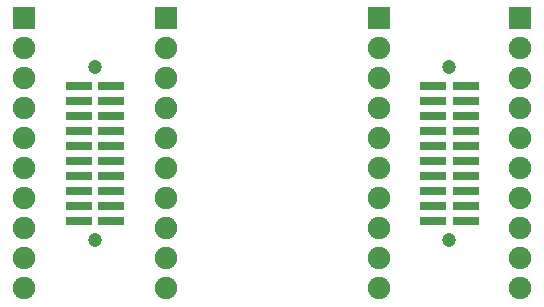
<source format=gbs>
G04 #@! TF.FileFunction,Soldermask,Bot*
%FSLAX46Y46*%
G04 Gerber Fmt 4.6, Leading zero omitted, Abs format (unit mm)*
G04 Created by KiCad (PCBNEW 4.1.0-alpha+201605071002+6776~44~ubuntu14.04.1-product) date Mon 30 May 2016 00:25:35 BST*
%MOMM*%
%LPD*%
G01*
G04 APERTURE LIST*
%ADD10C,0.100000*%
%ADD11R,2.220000X0.740000*%
%ADD12C,1.200000*%
%ADD13R,1.900000X1.900000*%
%ADD14C,1.900000*%
G04 APERTURE END LIST*
D10*
D11*
X83635000Y-94285000D03*
X86365000Y-94285000D03*
X83635000Y-95555000D03*
X86365000Y-95555000D03*
X83635000Y-96825000D03*
X86365000Y-96825000D03*
X83635000Y-98095000D03*
X86365000Y-98095000D03*
X83635000Y-99365000D03*
X86365000Y-99365000D03*
X83635000Y-100635000D03*
X86365000Y-100635000D03*
X83635000Y-101905000D03*
X86365000Y-101905000D03*
X83635000Y-103175000D03*
X86365000Y-103175000D03*
X83635000Y-104445000D03*
X86365000Y-104445000D03*
X83635000Y-105715000D03*
X86365000Y-105715000D03*
D12*
X85000000Y-107305000D03*
X85000000Y-92695000D03*
D11*
X113635000Y-94285000D03*
X116365000Y-94285000D03*
X113635000Y-95555000D03*
X116365000Y-95555000D03*
X113635000Y-96825000D03*
X116365000Y-96825000D03*
X113635000Y-98095000D03*
X116365000Y-98095000D03*
X113635000Y-99365000D03*
X116365000Y-99365000D03*
X113635000Y-100635000D03*
X116365000Y-100635000D03*
X113635000Y-101905000D03*
X116365000Y-101905000D03*
X113635000Y-103175000D03*
X116365000Y-103175000D03*
X113635000Y-104445000D03*
X116365000Y-104445000D03*
X113635000Y-105715000D03*
X116365000Y-105715000D03*
D12*
X115000000Y-107305000D03*
X115000000Y-92695000D03*
D13*
X79000000Y-88570000D03*
D14*
X79000000Y-91110000D03*
X79000000Y-93650000D03*
X79000000Y-96190000D03*
X79000000Y-98730000D03*
X79000000Y-101270000D03*
X79000000Y-103810000D03*
X79000000Y-106350000D03*
X79000000Y-108890000D03*
X79000000Y-111430000D03*
D13*
X91000000Y-88570000D03*
D14*
X91000000Y-91110000D03*
X91000000Y-93650000D03*
X91000000Y-96190000D03*
X91000000Y-98730000D03*
X91000000Y-101270000D03*
X91000000Y-103810000D03*
X91000000Y-106350000D03*
X91000000Y-108890000D03*
X91000000Y-111430000D03*
D13*
X109000000Y-88570000D03*
D14*
X109000000Y-91110000D03*
X109000000Y-93650000D03*
X109000000Y-96190000D03*
X109000000Y-98730000D03*
X109000000Y-101270000D03*
X109000000Y-103810000D03*
X109000000Y-106350000D03*
X109000000Y-108890000D03*
X109000000Y-111430000D03*
D13*
X121000000Y-88570000D03*
D14*
X121000000Y-91110000D03*
X121000000Y-93650000D03*
X121000000Y-96190000D03*
X121000000Y-98730000D03*
X121000000Y-101270000D03*
X121000000Y-103810000D03*
X121000000Y-106350000D03*
X121000000Y-108890000D03*
X121000000Y-111430000D03*
M02*

</source>
